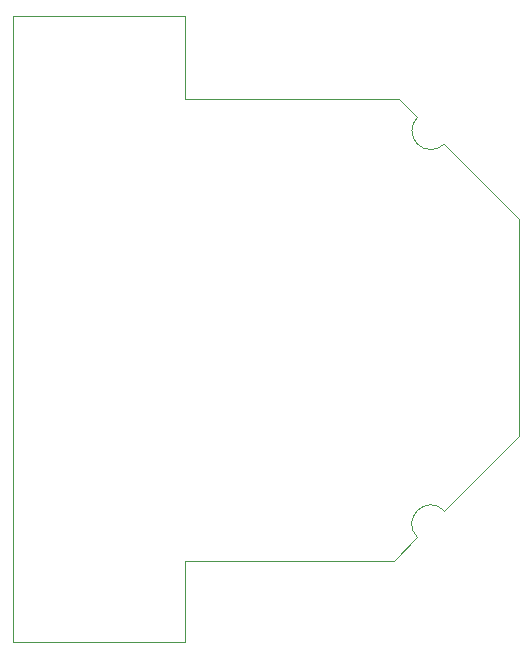
<source format=gbr>
G04 #@! TF.GenerationSoftware,KiCad,Pcbnew,(5.1.4-0-10_14)*
G04 #@! TF.CreationDate,2020-06-27T12:48:12+01:00*
G04 #@! TF.ProjectId,Informer207,496e666f-726d-4657-9232-30372e6b6963,rev?*
G04 #@! TF.SameCoordinates,Original*
G04 #@! TF.FileFunction,Profile,NP*
%FSLAX46Y46*%
G04 Gerber Fmt 4.6, Leading zero omitted, Abs format (unit mm)*
G04 Created by KiCad (PCBNEW (5.1.4-0-10_14)) date 2020-06-27 12:48:12*
%MOMM*%
%LPD*%
G04 APERTURE LIST*
%ADD10C,0.050000*%
G04 APERTURE END LIST*
D10*
X168393715Y-122982385D02*
G75*
G02X170654885Y-120721215I1130585J1130585D01*
G01*
X170654671Y-89692171D02*
G75*
G02X168393929Y-87431429I-1130371J1130371D01*
G01*
X176961800Y-114414300D02*
X170654885Y-120721215D01*
X176961800Y-95999300D02*
X170654671Y-89692171D01*
X168393929Y-87431429D02*
X166801800Y-85839300D01*
X168393715Y-122982385D02*
X166420800Y-124955300D01*
X176961800Y-95999300D02*
X176961800Y-114414300D01*
X148691600Y-85839300D02*
X166801800Y-85839300D01*
X148742400Y-124955300D02*
X166420800Y-124955300D01*
X148742400Y-131851400D02*
X148742400Y-124955300D01*
X148691600Y-85839300D02*
X148691600Y-78816200D01*
X148691600Y-78816200D02*
X134150100Y-78816200D01*
X134150100Y-131851400D02*
X148742400Y-131851400D01*
X134150100Y-78816200D02*
X134150100Y-131851400D01*
M02*

</source>
